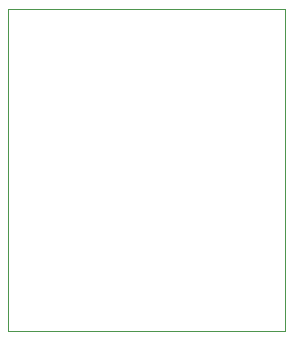
<source format=gm1>
G04 #@! TF.GenerationSoftware,KiCad,Pcbnew,(5.99.0-1165-gc29c3d9cc)*
G04 #@! TF.CreationDate,2020-03-29T18:02:48+03:00*
G04 #@! TF.ProjectId,salero-1,73616c65-726f-42d3-912e-6b696361645f,rev?*
G04 #@! TF.SameCoordinates,Original*
G04 #@! TF.FileFunction,Profile,NP*
%FSLAX46Y46*%
G04 Gerber Fmt 4.6, Leading zero omitted, Abs format (unit mm)*
G04 Created by KiCad (PCBNEW (5.99.0-1165-gc29c3d9cc)) date 2020-03-29 18:02:48*
%MOMM*%
%LPD*%
G01*
G04 APERTURE LIST*
G04 #@! TA.AperFunction,Profile*
%ADD10C,0.100000*%
G04 #@! TD*
G04 APERTURE END LIST*
D10*
X125095000Y-70485000D02*
X125095000Y-97790000D01*
X101600000Y-70485000D02*
X125095000Y-70485000D01*
X101600000Y-97790000D02*
X101600000Y-70485000D01*
X125095000Y-97790000D02*
X101600000Y-97790000D01*
M02*

</source>
